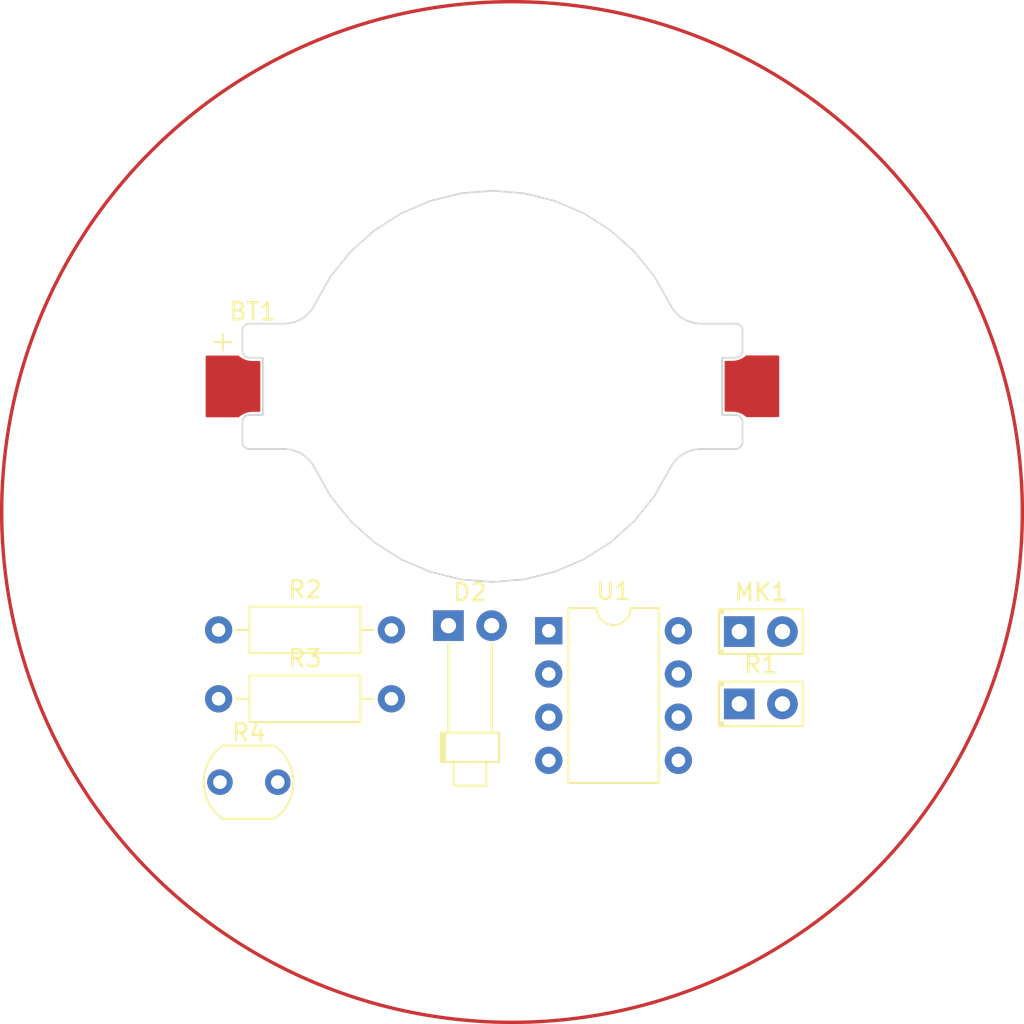
<source format=kicad_pcb>
(kicad_pcb (version 20221018) (generator pcbnew)
  (layers (0 "F.Cu" signal) (31 "B.Cu" signal) (34 "B.Paste" user) (35 "F.Paste" user) (36 "B.SilkS" user "B.Silkscreen") (37 "F.SilkS" user "F.Silkscreen") (38 "B.Mask" user) (39 "F.Mask" user) (44 "Edge.Cuts" user))
  (net 0 "")
  (net 1 "+3.3V")
  (net 2 "Net-(BT1--)")
  (net 3 "Net-(D2-K)")
  (net 4 "Net-(D2-A)")
  (net 5 "GND")
  (net 6 "Net-(MK1-+)")
  (net 7 "Net-(U1-XTAL2{slash}PB4)")
  (footprint "OptoDevice:R_LDR_5.1x4.3mm_P3.4mm_Vertical" (layer "F.Cu") (at 182.83 85.88)
    (fp_text reference "R4" (at 1.7 -2.9) (layer "F.SilkS"))
    (fp_text value "LDR07")
    (fp_line (start 0.15 -2.15) (end 3.2 -2.15) (stroke (width 0.12)) (layer "F.SilkS"))
    (fp_line (start 0.15 2.15) (end 3.2 2.15) (stroke (width 0.12)) (layer "F.SilkS"))
    (fp_arc (start 0.15 2.15) (mid -0.950438 -0.013368) (end 0.171766 -2.165525) (stroke (width 0.12)) (layer "F.SilkS"))
    (fp_arc (start 3.2 -2.15) (mid 4.321403 -0.027338) (end 3.244513 2.118249) (stroke (width 0.12)) (layer "F.SilkS"))
    (pad "1" thru_hole circle (at 0 0) (size 1.5 1.5) (drill 0.8) (layers "*.Cu" "*.Mask") (net 7 "Net-(U1-XTAL2{slash}PB4)"))
    (pad "2" thru_hole circle (at 3.4 0) (size 1.5 1.5) (drill 0.8) (layers "*.Cu" "*.Mask") (net 5 "GND"))
  )
  (footprint "LED_THT:LED_D2.0mm_W4.8mm_H2.5mm_FlatTop" (layer "F.Cu") (at 213.36 81.28)
    (fp_text reference "R1" (at 1.27 -2.31) (layer "F.SilkS"))
    (fp_text value "R")
    (fp_line (start -1.19 -1.31) (end -1.19 1.31) (stroke (width 0.12)) (layer "F.SilkS"))
    (fp_line (start -1.19 -1.31) (end 3.73 -1.31) (stroke (width 0.12)) (layer "F.SilkS"))
    (fp_line (start -1.19 1.31) (end 3.73 1.31) (stroke (width 0.12)) (layer "F.SilkS"))
    (fp_line (start -1.07 -1.31) (end -1.07 -1.08) (stroke (width 0.12)) (layer "F.SilkS"))
    (fp_line (start -1.07 1.08) (end -1.07 1.31) (stroke (width 0.12)) (layer "F.SilkS"))
    (fp_line (start -0.95 -1.31) (end -0.95 -1.08) (stroke (width 0.12)) (layer "F.SilkS"))
    (fp_line (start -0.95 1.08) (end -0.95 1.31) (stroke (width 0.12)) (layer "F.SilkS"))
    (fp_line (start 3.73 -1.31) (end 3.73 1.31) (stroke (width 0.12)) (layer "F.SilkS"))
    (pad "1" thru_hole rect (at 0 0) (size 1.8 1.8) (drill 0.9) (layers "*.Cu" "*.Mask") (net 3 "Net-(D2-K)"))
    (pad "2" thru_hole circle (at 2.54 0) (size 1.8 1.8) (drill 0.9) (layers "*.Cu" "*.Mask") (net 5 "GND"))
  )
  (footprint "LED_THT:LED_D1.8mm_W1.8mm_H2.4mm_Horizontal_O6.35mm_Z1.6mm" (layer "F.Cu") (at 196.26 76.68)
    (fp_text reference "D2" (at 1.27 -1.96) (layer "F.SilkS"))
    (fp_text value "LED")
    (fp_line (start -0.44 6.29) (end -0.44 8.01) (stroke (width 0.12)) (layer "F.SilkS"))
    (fp_line (start -0.44 8.01) (end 2.98 8.01) (stroke (width 0.12)) (layer "F.SilkS"))
    (fp_line (start -0.32 6.29) (end -0.32 8.01) (stroke (width 0.12)) (layer "F.SilkS"))
    (fp_line (start -0.2 6.29) (end -0.2 8.01) (stroke (width 0.12)) (layer "F.SilkS"))
    (fp_line (start 0 1.08) (end 0 1.08) (stroke (width 0.12)) (layer "F.SilkS"))
    (fp_line (start 0 1.08) (end 0 6.29) (stroke (width 0.12)) (layer "F.SilkS"))
    (fp_line (start 0 6.29) (end 0 1.08) (stroke (width 0.12)) (layer "F.SilkS"))
    (fp_line (start 0 6.29) (end 0 6.29) (stroke (width 0.12)) (layer "F.SilkS"))
    (fp_line (start 0.31 8.01) (end 0.31 9.41) (stroke (width 0.12)) (layer "F.SilkS"))
    (fp_line (start 0.31 9.41) (end 2.23 9.41) (stroke (width 0.12)) (layer "F.SilkS"))
    (fp_line (start 2.23 8.01) (end 0.31 8.01) (stroke (width 0.12)) (layer "F.SilkS"))
    (fp_line (start 2.23 9.41) (end 2.23 8.01) (stroke (width 0.12)) (layer "F.SilkS"))
    (fp_line (start 2.54 1.08) (end 2.54 1.08) (stroke (width 0.12)) (layer "F.SilkS"))
    (fp_line (start 2.54 1.08) (end 2.54 6.29) (stroke (width 0.12)) (layer "F.SilkS"))
    (fp_line (start 2.54 6.29) (end 2.54 1.08) (stroke (width 0.12)) (layer "F.SilkS"))
    (fp_line (start 2.54 6.29) (end 2.54 6.29) (stroke (width 0.12)) (layer "F.SilkS"))
    (fp_line (start 2.98 6.29) (end -0.44 6.29) (stroke (width 0.12)) (layer "F.SilkS"))
    (fp_line (start 2.98 8.01) (end 2.98 6.29) (stroke (width 0.12)) (layer "F.SilkS"))
    (pad "1" thru_hole rect (at 0 0) (size 1.8 1.8) (drill 0.9) (layers "*.Cu" "*.Mask") (net 3 "Net-(D2-K)"))
    (pad "2" thru_hole circle (at 2.54 0) (size 1.8 1.8) (drill 0.9) (layers "*.Cu" "*.Mask") (net 4 "Net-(D2-A)"))
  )
  (footprint "LED_THT:LED_D2.0mm_W4.8mm_H2.5mm_FlatTop" (layer "F.Cu") (at 213.36 77.03)
    (fp_text reference "MK1" (at 1.27 -2.31) (layer "F.SilkS"))
    (fp_text value "Microphone_Condenser")
    (fp_line (start -1.19 -1.31) (end -1.19 1.31) (stroke (width 0.12)) (layer "F.SilkS"))
    (fp_line (start -1.19 -1.31) (end 3.73 -1.31) (stroke (width 0.12)) (layer "F.SilkS"))
    (fp_line (start -1.19 1.31) (end 3.73 1.31) (stroke (width 0.12)) (layer "F.SilkS"))
    (fp_line (start -1.07 -1.31) (end -1.07 -1.08) (stroke (width 0.12)) (layer "F.SilkS"))
    (fp_line (start -1.07 1.08) (end -1.07 1.31) (stroke (width 0.12)) (layer "F.SilkS"))
    (fp_line (start -0.95 -1.31) (end -0.95 -1.08) (stroke (width 0.12)) (layer "F.SilkS"))
    (fp_line (start -0.95 1.08) (end -0.95 1.31) (stroke (width 0.12)) (layer "F.SilkS"))
    (fp_line (start 3.73 -1.31) (end 3.73 1.31) (stroke (width 0.12)) (layer "F.SilkS"))
    (pad "1" thru_hole rect (at 0 0) (size 1.8 1.8) (drill 0.9) (layers "*.Cu" "*.Mask") (net 5 "GND"))
    (pad "2" thru_hole circle (at 2.54 0) (size 1.8 1.8) (drill 0.9) (layers "*.Cu" "*.Mask") (net 6 "Net-(MK1-+)"))
  )
  (footprint "Resistor_THT:R_Axial_DIN0207_L6.3mm_D2.5mm_P10.16mm_Horizontal" (layer "F.Cu") (at 182.75 76.93)
    (fp_text reference "R2" (at 5.08 -2.37) (layer "F.SilkS"))
    (fp_text value "5.6k")
    (fp_line (start 1.04 0) (end 1.81 0) (stroke (width 0.12)) (layer "F.SilkS"))
    (fp_line (start 1.81 -1.37) (end 1.81 1.37) (stroke (width 0.12)) (layer "F.SilkS"))
    (fp_line (start 1.81 1.37) (end 8.35 1.37) (stroke (width 0.12)) (layer "F.SilkS"))
    (fp_line (start 8.35 -1.37) (end 1.81 -1.37) (stroke (width 0.12)) (layer "F.SilkS"))
    (fp_line (start 8.35 1.37) (end 8.35 -1.37) (stroke (width 0.12)) (layer "F.SilkS"))
    (fp_line (start 9.12 0) (end 8.35 0) (stroke (width 0.12)) (layer "F.SilkS"))
    (pad "1" thru_hole circle (at 0 0) (size 1.6 1.6) (drill 0.8) (layers "*.Cu" "*.Mask") (net 6 "Net-(MK1-+)"))
    (pad "2" thru_hole oval (at 10.16 0) (size 1.6 1.6) (drill 0.8) (layers "*.Cu" "*.Mask") (net 1 "+3.3V"))
  )
  (footprint "Battery:BatteryHolder_Keystone_1057_1x2032" (layer "F.Cu") (at 198.85 62.612188)
    (fp_text reference "BT1" (at -14.1 -4.4) (layer "F.SilkS"))
    (fp_text value "Battery_Cell")
    (fp_line (start -15.85 -3.1) (end -15.85 -2.1) (stroke (width 0.12)) (layer "F.SilkS"))
    (fp_line (start -15.35 -2.6) (end -16.35 -2.6) (stroke (width 0.12)) (layer "F.SilkS"))
    (fp_line (start -14.7 -2.08505) (end -14.7 -3.285) (stroke (width 0.1)) (layer "Edge.Cuts"))
    (fp_line (start -14.7 3.284899) (end -14.7 2.084949) (stroke (width 0.1)) (layer "Edge.Cuts"))
    (fp_line (start -14.3 -3.685) (end -12.244621 -3.685) (stroke (width 0.1)) (layer "Edge.Cuts"))
    (fp_line (start -14.3 1.684949) (end -13.5 1.684949) (stroke (width 0.1)) (layer "Edge.Cuts"))
    (fp_line (start -13.5 -1.68505) (end -14.3 -1.68505) (stroke (width 0.1)) (layer "Edge.Cuts"))
    (fp_line (start -13.5 1.684949) (end -13.5 -1.68505) (stroke (width 0.1)) (layer "Edge.Cuts"))
    (fp_line (start -12.244621 -3.685) (end -11.921437 -3.711285) (stroke (width 0.1)) (layer "Edge.Cuts"))
    (fp_line (start -12.244621 3.684999) (end -14.3 3.684899) (stroke (width 0.1)) (layer "Edge.Cuts"))
    (fp_line (start -11.921437 -3.711285) (end -11.606747 -3.789448) (stroke (width 0.1)) (layer "Edge.Cuts"))
    (fp_line (start -11.921437 3.711284) (end -12.244621 3.684999) (stroke (width 0.1)) (layer "Edge.Cuts"))
    (fp_line (start -11.606747 -3.789448) (end -11.308824 -3.917435) (stroke (width 0.1)) (layer "Edge.Cuts"))
    (fp_line (start -11.606747 3.789447) (end -11.921437 3.711284) (stroke (width 0.1)) (layer "Edge.Cuts"))
    (fp_line (start -11.308824 -3.917435) (end -11.035498 -4.091883) (stroke (width 0.1)) (layer "Edge.Cuts"))
    (fp_line (start -11.308824 3.917434) (end -11.606747 3.789447) (stroke (width 0.1)) (layer "Edge.Cuts"))
    (fp_line (start -11.035498 -4.091883) (end -10.793954 -4.308205) (stroke (width 0.1)) (layer "Edge.Cuts"))
    (fp_line (start -11.035498 4.091882) (end -11.308824 3.917434) (stroke (width 0.1)) (layer "Edge.Cuts"))
    (fp_line (start -10.793954 -4.308205) (end -10.59054 -4.560716) (stroke (width 0.1)) (layer "Edge.Cuts"))
    (fp_line (start -10.793954 4.308204) (end -11.035498 4.091882) (stroke (width 0.1)) (layer "Edge.Cuts"))
    (fp_line (start -10.59054 -4.560716) (end -10.430603 -4.842778) (stroke (width 0.1)) (layer "Edge.Cuts"))
    (fp_line (start -10.59054 4.560715) (end -10.793954 4.308204) (stroke (width 0.1)) (layer "Edge.Cuts"))
    (fp_line (start -10.430603 -4.842778) (end -9.510966 -6.464636) (stroke (width 0.1)) (layer "Edge.Cuts"))
    (fp_line (start -10.430603 4.842777) (end -10.59054 4.560715) (stroke (width 0.1)) (layer "Edge.Cuts"))
    (fp_line (start -9.510966 -6.464636) (end -8.341335 -7.916572) (stroke (width 0.1)) (layer "Edge.Cuts"))
    (fp_line (start -9.510966 6.464635) (end -10.430603 4.842777) (stroke (width 0.1)) (layer "Edge.Cuts"))
    (fp_line (start -8.341335 -7.916572) (end -6.952454 -9.160424) (stroke (width 0.1)) (layer "Edge.Cuts"))
    (fp_line (start -8.341335 7.916571) (end -9.510966 6.464635) (stroke (width 0.1)) (layer "Edge.Cuts"))
    (fp_line (start -6.952454 -9.160424) (end -5.38083 -10.163496) (stroke (width 0.1)) (layer "Edge.Cuts"))
    (fp_line (start -6.952454 9.160423) (end -8.341335 7.916571) (stroke (width 0.1)) (layer "Edge.Cuts"))
    (fp_line (start -5.38083 -10.163496) (end -3.667773 -10.899424) (stroke (width 0.1)) (layer "Edge.Cuts"))
    (fp_line (start -5.38083 10.163495) (end -6.952454 9.160423) (stroke (width 0.1)) (layer "Edge.Cuts"))
    (fp_line (start -3.667773 -10.899424) (end -1.858308 -11.348863) (stroke (width 0.1)) (layer "Edge.Cuts"))
    (fp_line (start -3.667773 10.899423) (end -5.38083 10.163495) (stroke (width 0.1)) (layer "Edge.Cuts"))
    (fp_line (start -1.858308 -11.348863) (end 0 -11.5) (stroke (width 0.1)) (layer "Edge.Cuts"))
    (fp_line (start -1.858308 11.348862) (end -3.667773 10.899423) (stroke (width 0.1)) (layer "Edge.Cuts"))
    (fp_line (start 0 -11.5) (end 1.858309 -11.348863) (stroke (width 0.1)) (layer "Edge.Cuts"))
    (fp_line (start 0 11.499999) (end -1.858308 11.348862) (stroke (width 0.1)) (layer "Edge.Cuts"))
    (fp_line (start 1.858309 -11.348863) (end 3.667774 -10.899424) (stroke (width 0.1)) (layer "Edge.Cuts"))
    (fp_line (start 1.858309 11.348862) (end 0 11.499999) (stroke (width 0.1)) (layer "Edge.Cuts"))
    (fp_line (start 3.667774 -10.899424) (end 5.380831 -10.163496) (stroke (width 0.1)) (layer "Edge.Cuts"))
    (fp_line (start 3.667774 10.899423) (end 1.858309 11.348862) (stroke (width 0.1)) (layer "Edge.Cuts"))
    (fp_line (start 5.380831 -10.163496) (end 6.952455 -9.160424) (stroke (width 0.1)) (layer "Edge.Cuts"))
    (fp_line (start 5.380831 10.163495) (end 3.667774 10.899423) (stroke (width 0.1)) (layer "Edge.Cuts"))
    (fp_line (start 6.952455 -9.160424) (end 8.341336 -7.916572) (stroke (width 0.1)) (layer "Edge.Cuts"))
    (fp_line (start 6.952455 9.160423) (end 5.380831 10.163495) (stroke (width 0.1)) (layer "Edge.Cuts"))
    (fp_line (start 8.341336 -7.916572) (end 9.510967 -6.464636) (stroke (width 0.1)) (layer "Edge.Cuts"))
    (fp_line (start 8.341336 7.916571) (end 6.952455 9.160423) (stroke (width 0.1)) (layer "Edge.Cuts"))
    (fp_line (start 9.510967 -6.464636) (end 10.430604 -4.842778) (stroke (width 0.1)) (layer "Edge.Cuts"))
    (fp_line (start 9.510967 6.464635) (end 8.341336 7.916571) (stroke (width 0.1)) (layer "Edge.Cuts"))
    (fp_line (start 10.430604 -4.842778) (end 10.590541 -4.560716) (stroke (width 0.1)) (layer "Edge.Cuts"))
    (fp_line (start 10.430604 4.842777) (end 9.510967 6.464635) (stroke (width 0.1)) (layer "Edge.Cuts"))
    (fp_line (start 10.590541 -4.560716) (end 10.793955 -4.308205) (stroke (width 0.1)) (layer "Edge.Cuts"))
    (fp_line (start 10.590541 4.560715) (end 10.430604 4.842777) (stroke (width 0.1)) (layer "Edge.Cuts"))
    (fp_line (start 10.793955 -4.308205) (end 11.035499 -4.091883) (stroke (width 0.1)) (layer "Edge.Cuts"))
    (fp_line (start 10.793955 4.308204) (end 10.590541 4.560715) (stroke (width 0.1)) (layer "Edge.Cuts"))
    (fp_line (start 11.035499 -4.091883) (end 11.308825 -3.917435) (stroke (width 0.1)) (layer "Edge.Cuts"))
    (fp_line (start 11.035499 4.091882) (end 10.793955 4.308204) (stroke (width 0.1)) (layer "Edge.Cuts"))
    (fp_line (start 11.308825 -3.917435) (end 11.606748 -3.789448) (stroke (width 0.1)) (layer "Edge.Cuts"))
    (fp_line (start 11.308825 3.917434) (end 11.035499 4.091882) (stroke (width 0.1)) (layer "Edge.Cuts"))
    (fp_line (start 11.606748 -3.789448) (end 11.921438 -3.711285) (stroke (width 0.1)) (layer "Edge.Cuts"))
    (fp_line (start 11.606748 3.789447) (end 11.308825 3.917434) (stroke (width 0.1)) (layer "Edge.Cuts"))
    (fp_line (start 11.921438 -3.711285) (end 12.244622 -3.685) (stroke (width 0.1)) (layer "Edge.Cuts"))
    (fp_line (start 11.921438 3.711284) (end 11.606748 3.789447) (stroke (width 0.1)) (layer "Edge.Cuts"))
    (fp_line (start 12.244622 -3.685) (end 14.3 -3.685) (stroke (width 0.1)) (layer "Edge.Cuts"))
    (fp_line (start 12.244622 3.684999) (end 11.921438 3.711284) (stroke (width 0.1)) (layer "Edge.Cuts"))
    (fp_line (start 13.5 -1.68505) (end 13.5 1.684949) (stroke (width 0.1)) (layer "Edge.Cuts"))
    (fp_line (start 13.5 1.684949) (end 14.3 1.68505) (stroke (width 0.1)) (layer "Edge.Cuts"))
    (fp_line (start 14.3 -1.68505) (end 13.5 -1.68505) (stroke (width 0.1)) (layer "Edge.Cuts"))
    (fp_line (start 14.3 3.682793) (end 12.244622 3.684999) (stroke (width 0.1)) (layer "Edge.Cuts"))
    (fp_line (start 14.7 -3.285) (end 14.7 -2.08505) (stroke (width 0.1)) (layer "Edge.Cuts"))
    (fp_line (start 14.7 2.082843) (end 14.7 3.282793) (stroke (width 0.1)) (layer "Edge.Cuts"))
    (fp_arc (start -14.7 -3.285) (mid -14.582843 -3.567843) (end -14.3 -3.685) (stroke (width 0.1)) (layer "Edge.Cuts"))
    (fp_arc (start -14.7 2.084949) (mid -14.582843 1.802106) (end -14.3 1.684949) (stroke (width 0.1)) (layer "Edge.Cuts"))
    (fp_arc (start -14.3 -1.68505) (mid -14.582843 -1.802207) (end -14.7 -2.08505) (stroke (width 0.1)) (layer "Edge.Cuts"))
    (fp_arc (start -14.3 3.684899) (mid -14.582843 3.567742) (end -14.7 3.284899) (stroke (width 0.1)) (layer "Edge.Cuts"))
    (fp_arc (start 14.3 -3.685) (mid 14.582843 -3.567843) (end 14.7 -3.285) (stroke (width 0.1)) (layer "Edge.Cuts"))
    (fp_arc (start 14.3 1.68505) (mid 14.582825 1.80221) (end 14.7 2.08505) (stroke (width 0.1)) (layer "Edge.Cuts"))
    (fp_arc (start 14.7 -2.08505) (mid 14.582843 -1.802207) (end 14.3 -1.68505) (stroke (width 0.1)) (layer "Edge.Cuts"))
    (fp_arc (start 14.7 3.282793) (mid 14.582845 3.56564) (end 14.3 3.682793) (stroke (width 0.1)) (layer "Edge.Cuts"))
    (pad "1" smd custom (at -15.15 -0.1) (size 1 1) (layers "F.Cu" "F.Paste" "F.Mask") (net 1 "+3.3V") (options (clearance outline) (anchor rect)) (primitives (gr_poly (pts (xy 0.2 -1.65) (xy 0.271537 -1.594563) (xy 0.343074 -1.539127) (xy 0.500662 -1.450081) (xy 0.58506 -1.417404) (xy 0.669458 -1.384728) (xy 0.757691 -1.364583) (xy 0.845923 -1.344438) (xy 1.026357 -1.330056) (xy 1.235196 -1.330056) (xy 1.444035 -1.330057) (xy 1.444034 1.539942) (xy 1.044035 1.539967) (xy 0.86174 1.553331) (xy 0.683343 1.593137) (xy 0.512659 1.658535) (xy 0.353336 1.748125) (xy 0.28106 1.804058) (xy 0.208783 1.859992) (xy -1.65 1.859992) (xy -1.65 -1.650007)) (width 0.12) (fill yes))))
    (pad "2" smd custom (at 15.15 0.1 180) (size 1 1) (layers "F.Cu" "F.Paste" "F.Mask") (net 2 "Net-(BT1--)") (options (clearance outline) (anchor rect)) (primitives (gr_poly (pts (xy 0.2 -1.65) (xy 0.271537 -1.594563) (xy 0.343074 -1.539127) (xy 0.500662 -1.450081) (xy 0.58506 -1.417404) (xy 0.669458 -1.384728) (xy 0.757691 -1.364583) (xy 0.845923 -1.344438) (xy 1.026357 -1.330056) (xy 1.235196 -1.330056) (xy 1.444035 -1.330057) (xy 1.444034 1.539942) (xy 1.044035 1.539967) (xy 0.86174 1.553331) (xy 0.683343 1.593137) (xy 0.512659 1.658535) (xy 0.353336 1.748125) (xy 0.28106 1.804058) (xy 0.208783 1.859992) (xy -1.65 1.859992) (xy -1.65 -1.650007)) (width 0.12) (fill yes))))
  )
  (footprint "Resistor_THT:R_Axial_DIN0207_L6.3mm_D2.5mm_P10.16mm_Horizontal" (layer "F.Cu") (at 182.75 80.98)
    (fp_text reference "R3" (at 5.08 -2.37) (layer "F.SilkS"))
    (fp_text value "R")
    (fp_line (start 1.04 0) (end 1.81 0) (stroke (width 0.12)) (layer "F.SilkS"))
    (fp_line (start 1.81 -1.37) (end 1.81 1.37) (stroke (width 0.12)) (layer "F.SilkS"))
    (fp_line (start 1.81 1.37) (end 8.35 1.37) (stroke (width 0.12)) (layer "F.SilkS"))
    (fp_line (start 8.35 -1.37) (end 1.81 -1.37) (stroke (width 0.12)) (layer "F.SilkS"))
    (fp_line (start 8.35 1.37) (end 8.35 -1.37) (stroke (width 0.12)) (layer "F.SilkS"))
    (fp_line (start 9.12 0) (end 8.35 0) (stroke (width 0.12)) (layer "F.SilkS"))
    (pad "1" thru_hole circle (at 0 0) (size 1.6 1.6) (drill 0.8) (layers "*.Cu" "*.Mask") (net 7 "Net-(U1-XTAL2{slash}PB4)"))
    (pad "2" thru_hole oval (at 10.16 0) (size 1.6 1.6) (drill 0.8) (layers "*.Cu" "*.Mask") (net 1 "+3.3V"))
  )
  (footprint "Package_DIP:DIP-8_W7.62mm" (layer "F.Cu") (at 202.16 76.98)
    (fp_text reference "U1" (at 3.81 -2.33) (layer "F.SilkS"))
    (fp_text value "ATtiny85V-10P")
    (fp_line (start 1.16 -1.33) (end 1.16 8.95) (stroke (width 0.12)) (layer "F.SilkS"))
    (fp_line (start 1.16 8.95) (end 6.46 8.95) (stroke (width 0.12)) (layer "F.SilkS"))
    (fp_line (start 2.81 -1.33) (end 1.16 -1.33) (stroke (width 0.12)) (layer "F.SilkS"))
    (fp_line (start 6.46 -1.33) (end 4.81 -1.33) (stroke (width 0.12)) (layer "F.SilkS"))
    (fp_line (start 6.46 8.95) (end 6.46 -1.33) (stroke (width 0.12)) (layer "F.SilkS"))
    (fp_arc (start 4.81 -1.33) (mid 3.81 -0.33) (end 2.81 -1.33) (stroke (width 0.12)) (layer "F.SilkS"))
    (pad "1" thru_hole rect (at 0 0) (size 1.6 1.6) (drill 0.8) (layers "*.Cu" "*.Mask"))
    (pad "2" thru_hole oval (at 0 2.54) (size 1.6 1.6) (drill 0.8) (layers "*.Cu" "*.Mask"))
    (pad "3" thru_hole oval (at 0 5.08) (size 1.6 1.6) (drill 0.8) (layers "*.Cu" "*.Mask") (net 7 "Net-(U1-XTAL2{slash}PB4)"))
    (pad "4" thru_hole oval (at 0 7.62) (size 1.6 1.6) (drill 0.8) (layers "*.Cu" "*.Mask") (net 5 "GND"))
    (pad "5" thru_hole oval (at 7.62 7.62) (size 1.6 1.6) (drill 0.8) (layers "*.Cu" "*.Mask"))
    (pad "6" thru_hole oval (at 7.62 5.08) (size 1.6 1.6) (drill 0.8) (layers "*.Cu" "*.Mask") (net 4 "Net-(D2-A)"))
    (pad "7" thru_hole oval (at 7.62 2.54) (size 1.6 1.6) (drill 0.8) (layers "*.Cu" "*.Mask") (net 6 "Net-(MK1-+)"))
    (pad "8" thru_hole oval (at 7.62 0) (size 1.6 1.6) (drill 0.8) (layers "*.Cu" "*.Mask") (net 1 "+3.3V"))
  )
  (gr_circle locked (center 200 70) (end 230 70) (stroke (width 0.2)) (fill none) (layer "F.Cu"))
)
</source>
